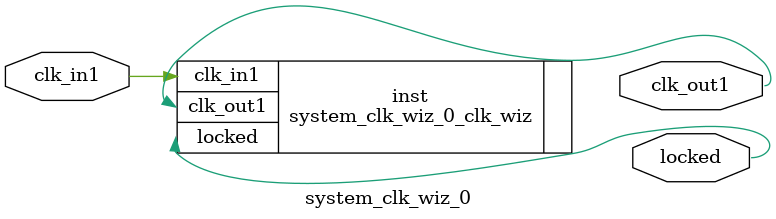
<source format=v>


`timescale 1ps/1ps

(* CORE_GENERATION_INFO = "system_clk_wiz_0,clk_wiz_v6_0_3_0_0,{component_name=system_clk_wiz_0,use_phase_alignment=true,use_min_o_jitter=false,use_max_i_jitter=false,use_dyn_phase_shift=false,use_inclk_switchover=false,use_dyn_reconfig=false,enable_axi=0,feedback_source=FDBK_AUTO,PRIMITIVE=MMCM,num_out_clk=1,clkin1_period=10.000,clkin2_period=10.000,use_power_down=false,use_reset=false,use_locked=true,use_inclk_stopped=false,feedback_type=SINGLE,CLOCK_MGR_TYPE=NA,manual_override=false}" *)

module system_clk_wiz_0 
 (
  // Clock out ports
  output        clk_out1,
  // Status and control signals
  output        locked,
 // Clock in ports
  input         clk_in1
 );

  system_clk_wiz_0_clk_wiz inst
  (
  // Clock out ports  
  .clk_out1(clk_out1),
  // Status and control signals               
  .locked(locked),
 // Clock in ports
  .clk_in1(clk_in1)
  );

endmodule

</source>
